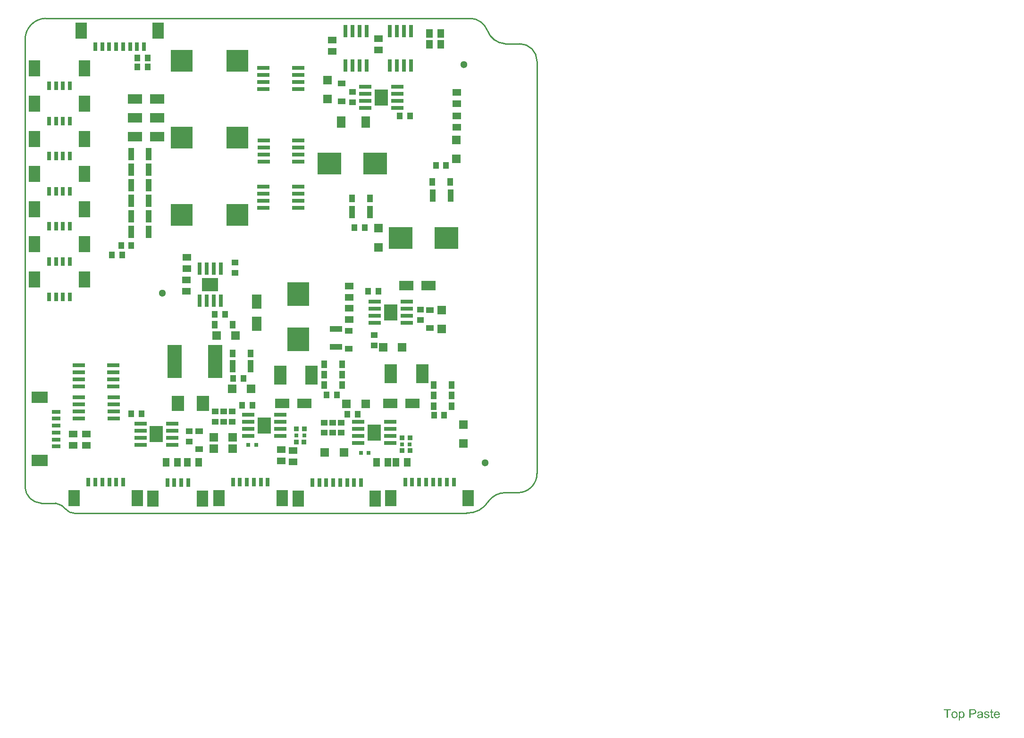
<source format=gtp>
G04*
G04 #@! TF.GenerationSoftware,Altium Limited,Altium Designer,23.0.1 (38)*
G04*
G04 Layer_Color=8421504*
%FSLAX25Y25*%
%MOIN*%
G70*
G04*
G04 #@! TF.SameCoordinates,CCA4EEAC-205A-4764-8855-BE0F0513998D*
G04*
G04*
G04 #@! TF.FilePolarity,Positive*
G04*
G01*
G75*
%ADD10C,0.01000*%
%ADD29R,0.08661X0.02756*%
%ADD30R,0.09803X0.11811*%
%ADD31R,0.03150X0.06299*%
%ADD32R,0.08268X0.11811*%
%ADD33R,0.06299X0.03150*%
%ADD34R,0.11811X0.08268*%
%ADD35R,0.07874X0.11811*%
%ADD36R,0.08661X0.13780*%
%ADD37R,0.10236X0.23622*%
%ADD38R,0.15748X0.15748*%
%ADD39R,0.15748X0.16535*%
%ADD40R,0.08500X0.10799*%
%ADD41R,0.06299X0.08268*%
%ADD42R,0.04331X0.08661*%
%ADD43R,0.05315X0.04331*%
%ADD44R,0.04331X0.05315*%
%ADD45R,0.06000X0.04724*%
%ADD46R,0.04134X0.04724*%
%ADD47R,0.06000X0.06000*%
%ADD48R,0.04724X0.04134*%
%ADD49R,0.03543X0.03543*%
%ADD50R,0.08661X0.04331*%
%ADD51R,0.09843X0.06693*%
%ADD52R,0.06693X0.09843*%
%ADD53R,0.16535X0.15748*%
%ADD54R,0.02756X0.08661*%
%ADD55R,0.06000X0.06000*%
%ADD56R,0.04724X0.06000*%
%ADD57R,0.03150X0.03150*%
%ADD58R,0.11811X0.09803*%
%ADD59C,0.05118*%
G36*
X661863Y-140327D02*
X661998Y-140347D01*
X662161Y-140385D01*
X662334Y-140433D01*
X662507Y-140510D01*
X662680Y-140616D01*
X662690D01*
X662700Y-140625D01*
X662757Y-140673D01*
X662834Y-140741D01*
X662940Y-140837D01*
X663045Y-140952D01*
X663161Y-141106D01*
X663266Y-141269D01*
X663363Y-141471D01*
Y-141481D01*
X663372Y-141500D01*
X663382Y-141529D01*
X663401Y-141567D01*
X663420Y-141615D01*
X663439Y-141682D01*
X663478Y-141826D01*
X663516Y-142009D01*
X663555Y-142211D01*
X663584Y-142432D01*
X663593Y-142672D01*
Y-142682D01*
Y-142701D01*
Y-142739D01*
Y-142788D01*
X663584Y-142855D01*
Y-142922D01*
X663564Y-143095D01*
X663526Y-143287D01*
X663487Y-143499D01*
X663420Y-143720D01*
X663334Y-143941D01*
Y-143950D01*
X663324Y-143970D01*
X663305Y-143998D01*
X663286Y-144037D01*
X663228Y-144133D01*
X663151Y-144258D01*
X663045Y-144392D01*
X662921Y-144536D01*
X662776Y-144671D01*
X662603Y-144796D01*
X662594D01*
X662584Y-144806D01*
X662555Y-144825D01*
X662517Y-144844D01*
X662421Y-144892D01*
X662296Y-144940D01*
X662142Y-144998D01*
X661979Y-145046D01*
X661787Y-145084D01*
X661594Y-145094D01*
X661527D01*
X661460Y-145084D01*
X661364Y-145075D01*
X661258Y-145055D01*
X661143Y-145027D01*
X661018Y-144988D01*
X660902Y-144940D01*
X660893Y-144931D01*
X660854Y-144911D01*
X660797Y-144873D01*
X660729Y-144825D01*
X660643Y-144767D01*
X660566Y-144700D01*
X660480Y-144613D01*
X660403Y-144527D01*
Y-146737D01*
X659624D01*
Y-140414D01*
X660335D01*
Y-141010D01*
X660345Y-140990D01*
X660374Y-140952D01*
X660431Y-140894D01*
X660499Y-140817D01*
X660576Y-140731D01*
X660672Y-140645D01*
X660778Y-140558D01*
X660893Y-140491D01*
X660912Y-140481D01*
X660950Y-140462D01*
X661018Y-140433D01*
X661104Y-140395D01*
X661220Y-140366D01*
X661344Y-140337D01*
X661489Y-140318D01*
X661652Y-140308D01*
X661748D01*
X661863Y-140327D01*
D02*
G37*
G36*
X679450Y-140318D02*
X679575Y-140327D01*
X679728Y-140347D01*
X679882Y-140375D01*
X680046Y-140414D01*
X680199Y-140471D01*
X680209D01*
X680219Y-140481D01*
X680267Y-140500D01*
X680343Y-140539D01*
X680430Y-140577D01*
X680526Y-140645D01*
X680632Y-140712D01*
X680728Y-140798D01*
X680805Y-140894D01*
X680814Y-140904D01*
X680833Y-140942D01*
X680872Y-141000D01*
X680920Y-141077D01*
X680959Y-141173D01*
X681006Y-141298D01*
X681045Y-141432D01*
X681083Y-141586D01*
X680324Y-141692D01*
Y-141673D01*
X680315Y-141634D01*
X680295Y-141567D01*
X680267Y-141490D01*
X680228Y-141404D01*
X680170Y-141317D01*
X680103Y-141221D01*
X680017Y-141144D01*
X680007Y-141135D01*
X679969Y-141115D01*
X679911Y-141077D01*
X679834Y-141039D01*
X679738Y-141010D01*
X679613Y-140971D01*
X679479Y-140952D01*
X679315Y-140942D01*
X679229D01*
X679133Y-140952D01*
X679017Y-140962D01*
X678892Y-140990D01*
X678767Y-141019D01*
X678643Y-141067D01*
X678546Y-141125D01*
X678537Y-141135D01*
X678508Y-141154D01*
X678479Y-141192D01*
X678441Y-141240D01*
X678393Y-141298D01*
X678364Y-141375D01*
X678335Y-141452D01*
X678325Y-141538D01*
Y-141548D01*
Y-141567D01*
X678335Y-141596D01*
Y-141634D01*
X678364Y-141721D01*
X678412Y-141817D01*
X678421Y-141826D01*
X678431Y-141836D01*
X678489Y-141884D01*
X678527Y-141923D01*
X678575Y-141951D01*
X678643Y-141990D01*
X678710Y-142019D01*
X678719D01*
X678739Y-142028D01*
X678777Y-142038D01*
X678844Y-142057D01*
X678931Y-142086D01*
X679056Y-142124D01*
X679209Y-142163D01*
X679296Y-142192D01*
X679402Y-142220D01*
X679411D01*
X679440Y-142230D01*
X679479Y-142240D01*
X679536Y-142259D01*
X679603Y-142278D01*
X679680Y-142297D01*
X679853Y-142345D01*
X680046Y-142403D01*
X680238Y-142470D01*
X680411Y-142528D01*
X680488Y-142557D01*
X680555Y-142586D01*
X680574Y-142595D01*
X680613Y-142614D01*
X680670Y-142643D01*
X680737Y-142682D01*
X680824Y-142739D01*
X680910Y-142816D01*
X680987Y-142893D01*
X681064Y-142989D01*
X681074Y-142999D01*
X681093Y-143037D01*
X681122Y-143095D01*
X681160Y-143172D01*
X681199Y-143268D01*
X681227Y-143383D01*
X681247Y-143508D01*
X681256Y-143652D01*
Y-143672D01*
Y-143720D01*
X681247Y-143797D01*
X681227Y-143883D01*
X681199Y-143998D01*
X681160Y-144123D01*
X681103Y-144248D01*
X681026Y-144383D01*
X681016Y-144402D01*
X680987Y-144440D01*
X680930Y-144498D01*
X680853Y-144575D01*
X680766Y-144661D01*
X680651Y-144748D01*
X680516Y-144834D01*
X680363Y-144911D01*
X680343Y-144921D01*
X680286Y-144940D01*
X680199Y-144969D01*
X680084Y-144998D01*
X679940Y-145036D01*
X679776Y-145065D01*
X679594Y-145084D01*
X679402Y-145094D01*
X679315D01*
X679257Y-145084D01*
X679181D01*
X679094Y-145075D01*
X678892Y-145046D01*
X678671Y-145007D01*
X678450Y-144940D01*
X678229Y-144854D01*
X678133Y-144796D01*
X678037Y-144729D01*
X678027D01*
X678018Y-144710D01*
X677960Y-144661D01*
X677883Y-144575D01*
X677787Y-144450D01*
X677691Y-144296D01*
X677595Y-144104D01*
X677508Y-143883D01*
X677451Y-143624D01*
X678220Y-143499D01*
Y-143508D01*
Y-143518D01*
X678229Y-143576D01*
X678258Y-143662D01*
X678287Y-143768D01*
X678335Y-143883D01*
X678393Y-143998D01*
X678479Y-144114D01*
X678575Y-144219D01*
X678585Y-144229D01*
X678633Y-144258D01*
X678700Y-144296D01*
X678787Y-144335D01*
X678911Y-144383D01*
X679046Y-144421D01*
X679219Y-144450D01*
X679402Y-144460D01*
X679488D01*
X679584Y-144450D01*
X679700Y-144431D01*
X679834Y-144412D01*
X679969Y-144373D01*
X680094Y-144316D01*
X680199Y-144248D01*
X680209Y-144239D01*
X680238Y-144210D01*
X680286Y-144162D01*
X680334Y-144104D01*
X680372Y-144027D01*
X680420Y-143931D01*
X680449Y-143835D01*
X680459Y-143729D01*
Y-143720D01*
Y-143681D01*
X680449Y-143643D01*
X680430Y-143576D01*
X680401Y-143518D01*
X680363Y-143441D01*
X680305Y-143374D01*
X680228Y-143316D01*
X680219Y-143306D01*
X680190Y-143297D01*
X680142Y-143278D01*
X680065Y-143239D01*
X679959Y-143210D01*
X679824Y-143162D01*
X679738Y-143133D01*
X679651Y-143114D01*
X679546Y-143085D01*
X679430Y-143057D01*
X679421D01*
X679392Y-143047D01*
X679354Y-143037D01*
X679296Y-143018D01*
X679219Y-142999D01*
X679142Y-142980D01*
X678960Y-142922D01*
X678767Y-142864D01*
X678566Y-142807D01*
X678383Y-142739D01*
X678306Y-142711D01*
X678239Y-142682D01*
X678229Y-142672D01*
X678181Y-142653D01*
X678124Y-142614D01*
X678056Y-142567D01*
X677970Y-142509D01*
X677893Y-142432D01*
X677806Y-142345D01*
X677739Y-142249D01*
X677730Y-142240D01*
X677710Y-142201D01*
X677691Y-142144D01*
X677662Y-142067D01*
X677624Y-141980D01*
X677605Y-141875D01*
X677585Y-141759D01*
X677576Y-141634D01*
Y-141625D01*
Y-141586D01*
X677585Y-141519D01*
X677595Y-141452D01*
X677605Y-141365D01*
X677633Y-141269D01*
X677662Y-141163D01*
X677710Y-141067D01*
X677720Y-141058D01*
X677739Y-141019D01*
X677768Y-140971D01*
X677816Y-140914D01*
X677864Y-140846D01*
X677931Y-140779D01*
X678008Y-140702D01*
X678095Y-140635D01*
X678104Y-140625D01*
X678133Y-140616D01*
X678172Y-140587D01*
X678229Y-140558D01*
X678297Y-140520D01*
X678383Y-140481D01*
X678479Y-140443D01*
X678585Y-140404D01*
X678604D01*
X678643Y-140385D01*
X678700Y-140375D01*
X678787Y-140356D01*
X678892Y-140337D01*
X678998Y-140327D01*
X679123Y-140308D01*
X679344D01*
X679450Y-140318D01*
D02*
G37*
G36*
X674991D02*
X675125Y-140327D01*
X675279Y-140347D01*
X675442Y-140366D01*
X675596Y-140404D01*
X675740Y-140452D01*
X675760Y-140462D01*
X675798Y-140471D01*
X675865Y-140510D01*
X675942Y-140548D01*
X676028Y-140596D01*
X676125Y-140654D01*
X676201Y-140721D01*
X676278Y-140798D01*
X676288Y-140808D01*
X676307Y-140837D01*
X676336Y-140875D01*
X676374Y-140942D01*
X676413Y-141019D01*
X676451Y-141106D01*
X676490Y-141211D01*
X676519Y-141327D01*
Y-141336D01*
X676528Y-141365D01*
X676538Y-141413D01*
X676547Y-141490D01*
Y-141586D01*
X676557Y-141711D01*
X676567Y-141855D01*
Y-142038D01*
Y-143076D01*
Y-143085D01*
Y-143124D01*
Y-143182D01*
Y-143249D01*
Y-143335D01*
Y-143431D01*
X676576Y-143652D01*
Y-143893D01*
X676586Y-144114D01*
X676595Y-144219D01*
Y-144306D01*
X676605Y-144383D01*
X676615Y-144450D01*
Y-144460D01*
X676624Y-144498D01*
X676634Y-144556D01*
X676653Y-144623D01*
X676682Y-144700D01*
X676720Y-144796D01*
X676807Y-144988D01*
X676000D01*
X675990Y-144979D01*
X675981Y-144950D01*
X675961Y-144892D01*
X675932Y-144825D01*
X675904Y-144738D01*
X675884Y-144642D01*
X675865Y-144536D01*
X675846Y-144412D01*
X675827Y-144431D01*
X675769Y-144469D01*
X675692Y-144536D01*
X675577Y-144613D01*
X675452Y-144710D01*
X675308Y-144796D01*
X675164Y-144873D01*
X675010Y-144940D01*
X674991Y-144950D01*
X674943Y-144959D01*
X674866Y-144988D01*
X674760Y-145017D01*
X674625Y-145046D01*
X674481Y-145065D01*
X674328Y-145084D01*
X674155Y-145094D01*
X674087D01*
X674030Y-145084D01*
X673972D01*
X673895Y-145075D01*
X673732Y-145046D01*
X673539Y-145007D01*
X673357Y-144940D01*
X673165Y-144854D01*
X673001Y-144729D01*
X672982Y-144710D01*
X672934Y-144661D01*
X672877Y-144585D01*
X672800Y-144469D01*
X672723Y-144335D01*
X672665Y-144181D01*
X672617Y-143989D01*
X672598Y-143787D01*
Y-143768D01*
Y-143729D01*
X672607Y-143662D01*
X672617Y-143585D01*
X672636Y-143489D01*
X672655Y-143383D01*
X672694Y-143278D01*
X672742Y-143172D01*
X672752Y-143162D01*
X672771Y-143124D01*
X672800Y-143076D01*
X672848Y-143008D01*
X672905Y-142941D01*
X672982Y-142864D01*
X673059Y-142797D01*
X673145Y-142730D01*
X673155Y-142720D01*
X673194Y-142701D01*
X673242Y-142672D01*
X673309Y-142634D01*
X673395Y-142586D01*
X673482Y-142547D01*
X673588Y-142509D01*
X673703Y-142470D01*
X673712D01*
X673751Y-142461D01*
X673799Y-142451D01*
X673876Y-142432D01*
X673972Y-142413D01*
X674097Y-142394D01*
X674231Y-142374D01*
X674395Y-142355D01*
X674404D01*
X674433Y-142345D01*
X674481D01*
X674549Y-142336D01*
X674625Y-142326D01*
X674712Y-142317D01*
X674923Y-142278D01*
X675144Y-142240D01*
X675375Y-142201D01*
X675596Y-142144D01*
X675692Y-142115D01*
X675779Y-142086D01*
Y-142076D01*
Y-142057D01*
X675788Y-141999D01*
Y-141932D01*
Y-141903D01*
Y-141884D01*
Y-141875D01*
Y-141865D01*
Y-141807D01*
X675779Y-141721D01*
X675760Y-141625D01*
X675731Y-141519D01*
X675692Y-141404D01*
X675644Y-141308D01*
X675567Y-141221D01*
X675558Y-141211D01*
X675510Y-141183D01*
X675442Y-141135D01*
X675346Y-141086D01*
X675221Y-141039D01*
X675068Y-140990D01*
X674885Y-140962D01*
X674683Y-140952D01*
X674597D01*
X674501Y-140962D01*
X674376Y-140971D01*
X674241Y-141000D01*
X674116Y-141029D01*
X673982Y-141077D01*
X673876Y-141144D01*
X673866Y-141154D01*
X673837Y-141183D01*
X673789Y-141231D01*
X673732Y-141298D01*
X673665Y-141394D01*
X673607Y-141509D01*
X673539Y-141654D01*
X673491Y-141817D01*
X672732Y-141711D01*
Y-141702D01*
X672742Y-141692D01*
X672752Y-141634D01*
X672780Y-141548D01*
X672809Y-141432D01*
X672857Y-141308D01*
X672915Y-141183D01*
X672982Y-141048D01*
X673069Y-140933D01*
X673078Y-140923D01*
X673117Y-140885D01*
X673165Y-140827D01*
X673242Y-140760D01*
X673338Y-140692D01*
X673463Y-140616D01*
X673597Y-140539D01*
X673751Y-140471D01*
X673761D01*
X673770Y-140462D01*
X673799Y-140452D01*
X673828Y-140443D01*
X673924Y-140424D01*
X674049Y-140385D01*
X674203Y-140356D01*
X674376Y-140337D01*
X674577Y-140318D01*
X674789Y-140308D01*
X674885D01*
X674991Y-140318D01*
D02*
G37*
G36*
X669811Y-138684D02*
X669965Y-138694D01*
X670128Y-138703D01*
X670282Y-138723D01*
X670416Y-138742D01*
X670435D01*
X670493Y-138761D01*
X670580Y-138780D01*
X670685Y-138809D01*
X670810Y-138847D01*
X670935Y-138895D01*
X671070Y-138963D01*
X671195Y-139040D01*
X671204Y-139049D01*
X671252Y-139078D01*
X671310Y-139126D01*
X671377Y-139193D01*
X671454Y-139280D01*
X671541Y-139386D01*
X671627Y-139501D01*
X671704Y-139645D01*
X671714Y-139664D01*
X671733Y-139712D01*
X671762Y-139789D01*
X671800Y-139895D01*
X671839Y-140020D01*
X671867Y-140164D01*
X671887Y-140327D01*
X671896Y-140500D01*
Y-140510D01*
Y-140539D01*
Y-140577D01*
X671887Y-140635D01*
X671877Y-140702D01*
X671867Y-140789D01*
X671858Y-140875D01*
X671829Y-140971D01*
X671771Y-141192D01*
X671675Y-141413D01*
X671618Y-141529D01*
X671550Y-141644D01*
X671473Y-141759D01*
X671377Y-141865D01*
X671368Y-141875D01*
X671348Y-141884D01*
X671320Y-141913D01*
X671281Y-141951D01*
X671214Y-141990D01*
X671147Y-142038D01*
X671060Y-142086D01*
X670954Y-142134D01*
X670839Y-142192D01*
X670705Y-142240D01*
X670551Y-142288D01*
X670388Y-142326D01*
X670195Y-142365D01*
X669993Y-142394D01*
X669772Y-142403D01*
X669532Y-142413D01*
X667918D01*
Y-144988D01*
X667082D01*
Y-138674D01*
X669667D01*
X669811Y-138684D01*
D02*
G37*
G36*
X653964Y-139414D02*
X651888D01*
Y-144988D01*
X651052D01*
Y-139414D01*
X648976D01*
Y-138674D01*
X653964D01*
Y-139414D01*
D02*
G37*
G36*
X683082Y-140414D02*
X683861D01*
Y-141019D01*
X683082D01*
Y-143701D01*
Y-143710D01*
Y-143748D01*
Y-143806D01*
X683092Y-143873D01*
X683102Y-144018D01*
X683111Y-144075D01*
X683121Y-144123D01*
X683130Y-144142D01*
X683149Y-144181D01*
X683188Y-144229D01*
X683246Y-144277D01*
X683265Y-144287D01*
X683313Y-144296D01*
X683399Y-144316D01*
X683515Y-144325D01*
X683611D01*
X683659Y-144316D01*
X683716D01*
X683861Y-144296D01*
X683966Y-144979D01*
X683947D01*
X683909Y-144988D01*
X683851Y-144998D01*
X683765Y-145007D01*
X683678Y-145027D01*
X683582Y-145036D01*
X683380Y-145046D01*
X683313D01*
X683236Y-145036D01*
X683140Y-145027D01*
X683034Y-145017D01*
X682919Y-144988D01*
X682813Y-144959D01*
X682717Y-144921D01*
X682708Y-144911D01*
X682679Y-144892D01*
X682640Y-144863D01*
X682592Y-144825D01*
X682535Y-144777D01*
X682486Y-144719D01*
X682429Y-144652D01*
X682390Y-144575D01*
Y-144565D01*
X682381Y-144527D01*
X682362Y-144469D01*
X682352Y-144373D01*
X682333Y-144248D01*
X682323Y-144181D01*
X682313Y-144095D01*
Y-143998D01*
X682304Y-143893D01*
Y-143777D01*
Y-143652D01*
Y-141019D01*
X681727D01*
Y-140414D01*
X682304D01*
Y-139289D01*
X683082Y-138819D01*
Y-140414D01*
D02*
G37*
G36*
X686648Y-140318D02*
X686725Y-140327D01*
X686821Y-140337D01*
X686917Y-140356D01*
X687032Y-140385D01*
X687263Y-140462D01*
X687388Y-140510D01*
X687512Y-140577D01*
X687637Y-140645D01*
X687762Y-140731D01*
X687878Y-140827D01*
X687993Y-140942D01*
X688003Y-140952D01*
X688022Y-140971D01*
X688051Y-141010D01*
X688089Y-141058D01*
X688128Y-141125D01*
X688176Y-141202D01*
X688233Y-141288D01*
X688291Y-141394D01*
X688339Y-141519D01*
X688397Y-141644D01*
X688445Y-141788D01*
X688493Y-141951D01*
X688521Y-142115D01*
X688550Y-142297D01*
X688570Y-142490D01*
X688579Y-142701D01*
Y-142711D01*
Y-142749D01*
Y-142816D01*
X688570Y-142903D01*
X685168D01*
Y-142912D01*
Y-142932D01*
X685177Y-142980D01*
Y-143028D01*
X685187Y-143095D01*
X685196Y-143162D01*
X685235Y-143335D01*
X685293Y-143518D01*
X685360Y-143710D01*
X685465Y-143902D01*
X685591Y-144066D01*
X685610Y-144085D01*
X685658Y-144123D01*
X685744Y-144191D01*
X685850Y-144258D01*
X685994Y-144335D01*
X686158Y-144402D01*
X686340Y-144440D01*
X686542Y-144460D01*
X686619D01*
X686696Y-144450D01*
X686792Y-144431D01*
X686907Y-144402D01*
X687032Y-144364D01*
X687157Y-144316D01*
X687272Y-144239D01*
X687282Y-144229D01*
X687320Y-144191D01*
X687378Y-144142D01*
X687445Y-144056D01*
X687522Y-143960D01*
X687599Y-143835D01*
X687676Y-143681D01*
X687753Y-143508D01*
X688550Y-143614D01*
Y-143624D01*
X688541Y-143643D01*
X688531Y-143681D01*
X688512Y-143729D01*
X688493Y-143787D01*
X688464Y-143854D01*
X688387Y-144018D01*
X688291Y-144191D01*
X688176Y-144373D01*
X688022Y-144556D01*
X687849Y-144710D01*
X687839D01*
X687830Y-144729D01*
X687801Y-144748D01*
X687753Y-144767D01*
X687705Y-144796D01*
X687647Y-144834D01*
X687580Y-144863D01*
X687493Y-144902D01*
X687311Y-144969D01*
X687080Y-145036D01*
X686830Y-145075D01*
X686542Y-145094D01*
X686446D01*
X686378Y-145084D01*
X686292Y-145075D01*
X686196Y-145065D01*
X686090Y-145046D01*
X685965Y-145017D01*
X685715Y-144940D01*
X685581Y-144892D01*
X685456Y-144834D01*
X685321Y-144767D01*
X685196Y-144681D01*
X685072Y-144585D01*
X684956Y-144479D01*
X684947Y-144469D01*
X684927Y-144450D01*
X684899Y-144412D01*
X684870Y-144364D01*
X684822Y-144306D01*
X684774Y-144229D01*
X684716Y-144133D01*
X684668Y-144027D01*
X684610Y-143912D01*
X684553Y-143787D01*
X684505Y-143643D01*
X684466Y-143489D01*
X684428Y-143326D01*
X684399Y-143143D01*
X684380Y-142951D01*
X684370Y-142749D01*
Y-142739D01*
Y-142701D01*
Y-142634D01*
X684380Y-142557D01*
X684389Y-142461D01*
X684399Y-142345D01*
X684418Y-142220D01*
X684447Y-142086D01*
X684514Y-141798D01*
X684562Y-141654D01*
X684620Y-141500D01*
X684687Y-141356D01*
X684764Y-141211D01*
X684851Y-141077D01*
X684956Y-140952D01*
X684966Y-140942D01*
X684985Y-140923D01*
X685014Y-140894D01*
X685062Y-140846D01*
X685120Y-140798D01*
X685196Y-140750D01*
X685273Y-140692D01*
X685369Y-140625D01*
X685475Y-140568D01*
X685591Y-140510D01*
X685715Y-140462D01*
X685860Y-140404D01*
X686004Y-140366D01*
X686158Y-140337D01*
X686321Y-140318D01*
X686494Y-140308D01*
X686580D01*
X686648Y-140318D01*
D02*
G37*
G36*
X656732D02*
X656818Y-140327D01*
X656905Y-140337D01*
X657010Y-140356D01*
X657126Y-140385D01*
X657366Y-140462D01*
X657491Y-140510D01*
X657625Y-140568D01*
X657750Y-140645D01*
X657875Y-140731D01*
X658000Y-140827D01*
X658115Y-140933D01*
X658125Y-140942D01*
X658144Y-140962D01*
X658173Y-141000D01*
X658212Y-141048D01*
X658260Y-141106D01*
X658308Y-141183D01*
X658365Y-141279D01*
X658423Y-141375D01*
X658471Y-141490D01*
X658529Y-141625D01*
X658577Y-141759D01*
X658625Y-141913D01*
X658663Y-142076D01*
X658692Y-142259D01*
X658711Y-142442D01*
X658721Y-142643D01*
Y-142653D01*
Y-142682D01*
Y-142730D01*
Y-142788D01*
X658711Y-142864D01*
Y-142951D01*
X658702Y-143047D01*
X658692Y-143153D01*
X658654Y-143374D01*
X658606Y-143604D01*
X658538Y-143835D01*
X658452Y-144037D01*
Y-144046D01*
X658442Y-144056D01*
X658404Y-144123D01*
X658336Y-144210D01*
X658250Y-144325D01*
X658144Y-144450D01*
X658010Y-144575D01*
X657856Y-144700D01*
X657673Y-144815D01*
X657664D01*
X657654Y-144825D01*
X657625Y-144844D01*
X657587Y-144854D01*
X657481Y-144902D01*
X657347Y-144950D01*
X657183Y-145007D01*
X657001Y-145046D01*
X656799Y-145084D01*
X656578Y-145094D01*
X656482D01*
X656415Y-145084D01*
X656338Y-145075D01*
X656242Y-145065D01*
X656136Y-145046D01*
X656020Y-145017D01*
X655780Y-144940D01*
X655646Y-144892D01*
X655521Y-144834D01*
X655386Y-144767D01*
X655261Y-144681D01*
X655136Y-144585D01*
X655021Y-144479D01*
X655012Y-144469D01*
X654992Y-144450D01*
X654963Y-144412D01*
X654935Y-144364D01*
X654886Y-144296D01*
X654839Y-144219D01*
X654781Y-144133D01*
X654733Y-144027D01*
X654675Y-143902D01*
X654618Y-143777D01*
X654569Y-143624D01*
X654531Y-143470D01*
X654493Y-143297D01*
X654464Y-143114D01*
X654445Y-142912D01*
X654435Y-142701D01*
Y-142682D01*
Y-142643D01*
X654445Y-142576D01*
Y-142490D01*
X654454Y-142384D01*
X654473Y-142269D01*
X654493Y-142134D01*
X654521Y-141990D01*
X654560Y-141836D01*
X654608Y-141682D01*
X654666Y-141529D01*
X654733Y-141375D01*
X654810Y-141221D01*
X654906Y-141077D01*
X655012Y-140942D01*
X655136Y-140817D01*
X655146Y-140808D01*
X655165Y-140798D01*
X655194Y-140769D01*
X655242Y-140741D01*
X655300Y-140702D01*
X655367Y-140654D01*
X655444Y-140606D01*
X655540Y-140558D01*
X655636Y-140520D01*
X655742Y-140471D01*
X655992Y-140385D01*
X656270Y-140327D01*
X656424Y-140318D01*
X656578Y-140308D01*
X656664D01*
X656732Y-140318D01*
D02*
G37*
%LPC*%
G36*
X661671Y-140914D02*
X661537D01*
X661498Y-140923D01*
X661412Y-140942D01*
X661287Y-140971D01*
X661152Y-141029D01*
X661008Y-141115D01*
X660931Y-141163D01*
X660854Y-141231D01*
X660778Y-141298D01*
X660710Y-141384D01*
Y-141394D01*
X660691Y-141404D01*
X660672Y-141432D01*
X660652Y-141471D01*
X660624Y-141519D01*
X660595Y-141577D01*
X660556Y-141644D01*
X660528Y-141721D01*
X660489Y-141817D01*
X660451Y-141913D01*
X660422Y-142028D01*
X660393Y-142144D01*
X660374Y-142278D01*
X660355Y-142422D01*
X660335Y-142567D01*
Y-142730D01*
Y-142739D01*
Y-142768D01*
Y-142816D01*
X660345Y-142874D01*
Y-142951D01*
X660355Y-143028D01*
X660383Y-143220D01*
X660422Y-143441D01*
X660480Y-143652D01*
X660566Y-143854D01*
X660624Y-143950D01*
X660681Y-144037D01*
X660701Y-144056D01*
X660749Y-144104D01*
X660825Y-144171D01*
X660922Y-144248D01*
X661047Y-144325D01*
X661200Y-144392D01*
X661364Y-144440D01*
X661450Y-144450D01*
X661546Y-144460D01*
X661594D01*
X661633Y-144450D01*
X661729Y-144440D01*
X661844Y-144402D01*
X661988Y-144354D01*
X662133Y-144277D01*
X662277Y-144171D01*
X662354Y-144104D01*
X662421Y-144027D01*
Y-144018D01*
X662440Y-144008D01*
X662459Y-143979D01*
X662478Y-143941D01*
X662507Y-143893D01*
X662536Y-143835D01*
X662574Y-143768D01*
X662613Y-143691D01*
X662642Y-143604D01*
X662680Y-143499D01*
X662709Y-143393D01*
X662738Y-143268D01*
X662757Y-143133D01*
X662776Y-142989D01*
X662796Y-142836D01*
Y-142672D01*
Y-142663D01*
Y-142634D01*
Y-142586D01*
X662786Y-142528D01*
Y-142451D01*
X662776Y-142365D01*
X662747Y-142173D01*
X662709Y-141961D01*
X662642Y-141740D01*
X662555Y-141538D01*
X662498Y-141442D01*
X662430Y-141356D01*
Y-141346D01*
X662411Y-141336D01*
X662363Y-141288D01*
X662296Y-141211D01*
X662190Y-141135D01*
X662065Y-141058D01*
X661921Y-140981D01*
X661758Y-140933D01*
X661671Y-140914D01*
D02*
G37*
G36*
X675779Y-142691D02*
X675760Y-142701D01*
X675731Y-142711D01*
X675702Y-142720D01*
X675654Y-142739D01*
X675596Y-142749D01*
X675538Y-142768D01*
X675461Y-142797D01*
X675375Y-142816D01*
X675279Y-142836D01*
X675183Y-142864D01*
X675068Y-142893D01*
X674943Y-142912D01*
X674808Y-142941D01*
X674664Y-142961D01*
X674510Y-142989D01*
X674491D01*
X674433Y-142999D01*
X674347Y-143018D01*
X674241Y-143037D01*
X674020Y-143085D01*
X673914Y-143114D01*
X673828Y-143143D01*
X673818D01*
X673799Y-143162D01*
X673761Y-143182D01*
X673722Y-143210D01*
X673626Y-143287D01*
X673530Y-143403D01*
Y-143412D01*
X673511Y-143431D01*
X673501Y-143460D01*
X673482Y-143508D01*
X673443Y-143624D01*
X673434Y-143691D01*
X673424Y-143768D01*
Y-143777D01*
Y-143816D01*
X673434Y-143873D01*
X673453Y-143950D01*
X673482Y-144027D01*
X673520Y-144114D01*
X673578Y-144200D01*
X673655Y-144287D01*
X673665Y-144296D01*
X673703Y-144316D01*
X673751Y-144354D01*
X673828Y-144383D01*
X673924Y-144421D01*
X674049Y-144460D01*
X674183Y-144479D01*
X674347Y-144489D01*
X674424D01*
X674501Y-144479D01*
X674616Y-144460D01*
X674731Y-144440D01*
X674866Y-144412D01*
X675000Y-144364D01*
X675135Y-144296D01*
X675154Y-144287D01*
X675192Y-144258D01*
X675260Y-144219D01*
X675337Y-144152D01*
X675414Y-144085D01*
X675500Y-143989D01*
X675587Y-143883D01*
X675654Y-143758D01*
X675663Y-143748D01*
X675673Y-143710D01*
X675692Y-143652D01*
X675721Y-143566D01*
X675740Y-143451D01*
X675760Y-143316D01*
X675769Y-143162D01*
X675779Y-142980D01*
Y-142691D01*
D02*
G37*
G36*
X669715Y-139414D02*
X667918D01*
Y-141673D01*
X669619D01*
X669676Y-141663D01*
X669744D01*
X669811Y-141654D01*
X669984Y-141634D01*
X670176Y-141596D01*
X670368Y-141548D01*
X670541Y-141471D01*
X670618Y-141423D01*
X670685Y-141375D01*
X670705Y-141365D01*
X670743Y-141317D01*
X670791Y-141250D01*
X670858Y-141154D01*
X670926Y-141039D01*
X670974Y-140894D01*
X671012Y-140721D01*
X671031Y-140529D01*
Y-140510D01*
Y-140462D01*
X671022Y-140385D01*
X671002Y-140289D01*
X670983Y-140183D01*
X670945Y-140068D01*
X670897Y-139953D01*
X670829Y-139847D01*
X670820Y-139837D01*
X670791Y-139799D01*
X670753Y-139751D01*
X670685Y-139693D01*
X670609Y-139635D01*
X670522Y-139568D01*
X670416Y-139520D01*
X670301Y-139472D01*
X670291D01*
X670262Y-139462D01*
X670205Y-139453D01*
X670128Y-139443D01*
X670022Y-139434D01*
X669888Y-139424D01*
X669715Y-139414D01*
D02*
G37*
G36*
X686503Y-140942D02*
X686455D01*
X686417Y-140952D01*
X686311Y-140962D01*
X686186Y-140990D01*
X686042Y-141029D01*
X685898Y-141096D01*
X685744Y-141183D01*
X685600Y-141308D01*
X685581Y-141327D01*
X685542Y-141375D01*
X685485Y-141452D01*
X685418Y-141567D01*
X685350Y-141702D01*
X685283Y-141865D01*
X685235Y-142057D01*
X685206Y-142269D01*
X687762D01*
Y-142259D01*
Y-142240D01*
X687753Y-142211D01*
Y-142173D01*
X687734Y-142067D01*
X687705Y-141942D01*
X687666Y-141807D01*
X687609Y-141663D01*
X687551Y-141519D01*
X687464Y-141404D01*
Y-141394D01*
X687445Y-141384D01*
X687397Y-141327D01*
X687311Y-141260D01*
X687205Y-141173D01*
X687061Y-141086D01*
X686897Y-141010D01*
X686715Y-140962D01*
X686609Y-140952D01*
X686503Y-140942D01*
D02*
G37*
G36*
X656684Y-140952D02*
X656520D01*
X656482Y-140962D01*
X656376Y-140971D01*
X656242Y-141010D01*
X656088Y-141058D01*
X655924Y-141135D01*
X655761Y-141250D01*
X655684Y-141317D01*
X655607Y-141394D01*
X655588Y-141413D01*
X655569Y-141442D01*
X655550Y-141471D01*
X655521Y-141519D01*
X655492Y-141577D01*
X655453Y-141644D01*
X655425Y-141721D01*
X655386Y-141807D01*
X655348Y-141903D01*
X655319Y-142009D01*
X655290Y-142134D01*
X655271Y-142259D01*
X655252Y-142403D01*
X655232Y-142547D01*
Y-142711D01*
Y-142720D01*
Y-142749D01*
Y-142797D01*
X655242Y-142855D01*
Y-142922D01*
X655252Y-143008D01*
X655280Y-143201D01*
X655329Y-143412D01*
X655386Y-143633D01*
X655482Y-143845D01*
X655540Y-143941D01*
X655607Y-144027D01*
X655626Y-144046D01*
X655675Y-144095D01*
X655761Y-144162D01*
X655876Y-144239D01*
X656011Y-144325D01*
X656184Y-144392D01*
X656366Y-144440D01*
X656472Y-144450D01*
X656578Y-144460D01*
X656636D01*
X656674Y-144450D01*
X656780Y-144440D01*
X656914Y-144402D01*
X657068Y-144354D01*
X657231Y-144277D01*
X657385Y-144171D01*
X657462Y-144104D01*
X657539Y-144027D01*
Y-144018D01*
X657558Y-144008D01*
X657577Y-143979D01*
X657597Y-143941D01*
X657625Y-143893D01*
X657664Y-143835D01*
X657693Y-143768D01*
X657731Y-143691D01*
X657769Y-143604D01*
X657798Y-143508D01*
X657837Y-143393D01*
X657866Y-143268D01*
X657885Y-143143D01*
X657904Y-142999D01*
X657923Y-142845D01*
Y-142682D01*
Y-142672D01*
Y-142643D01*
Y-142605D01*
X657914Y-142538D01*
Y-142470D01*
X657904Y-142394D01*
X657875Y-142201D01*
X657827Y-141999D01*
X657760Y-141779D01*
X657664Y-141577D01*
X657529Y-141394D01*
Y-141384D01*
X657510Y-141375D01*
X657462Y-141327D01*
X657375Y-141250D01*
X657270Y-141173D01*
X657126Y-141096D01*
X656962Y-141019D01*
X656780Y-140971D01*
X656684Y-140952D01*
D02*
G37*
%LPD*%
D10*
X14449Y349882D02*
G03*
X45Y335005I609J-15002D01*
G01*
X326575Y341220D02*
G03*
X314724Y349882I-12571J-4763D01*
G01*
X326575Y341339D02*
G03*
X338898Y331928I13326J4677D01*
G01*
X361631Y319611D02*
G03*
X349410Y331906I-12330J-35D01*
G01*
X339435Y14356D02*
G03*
X327284Y8150I-253J-14503D01*
G01*
X348242Y14356D02*
G03*
X361631Y27953I-102J13490D01*
G01*
X311967Y-72D02*
G03*
X327284Y8150I575J17307D01*
G01*
X29278Y2252D02*
G03*
X34488Y-72I4950J4095D01*
G01*
X29278Y2252D02*
G03*
X21524Y6947I-10086J-7908D01*
G01*
X39Y18032D02*
G03*
X11317Y6947I11796J722D01*
G01*
X39Y18032D02*
Y334880D01*
X14449Y349882D02*
X16575D01*
X314724D01*
X338898Y331928D02*
X349301D01*
X361631Y27953D02*
X361631Y319611D01*
X339181Y14356D02*
X348242D01*
X34488Y-72D02*
X311967Y-72D01*
X11317Y6947D02*
X21524D01*
D29*
X168587Y263552D02*
D03*
Y258552D02*
D03*
Y253552D02*
D03*
Y248552D02*
D03*
X193016Y263552D02*
D03*
Y258552D02*
D03*
Y253552D02*
D03*
Y248552D02*
D03*
X192858Y299749D02*
D03*
Y304749D02*
D03*
Y309749D02*
D03*
Y314749D02*
D03*
X168429Y299749D02*
D03*
Y304749D02*
D03*
Y309749D02*
D03*
Y314749D02*
D03*
X257819Y49355D02*
D03*
Y54355D02*
D03*
Y59355D02*
D03*
Y64355D02*
D03*
X235181Y49355D02*
D03*
Y54355D02*
D03*
Y59355D02*
D03*
Y64355D02*
D03*
X62445Y89631D02*
D03*
Y94630D02*
D03*
Y99630D02*
D03*
Y104630D02*
D03*
X38016Y89631D02*
D03*
Y94630D02*
D03*
Y99630D02*
D03*
Y104630D02*
D03*
X62484Y66756D02*
D03*
Y71757D02*
D03*
Y76757D02*
D03*
Y81757D02*
D03*
X38055Y66756D02*
D03*
Y71757D02*
D03*
Y76757D02*
D03*
Y81757D02*
D03*
X168386Y230685D02*
D03*
Y225685D02*
D03*
Y220685D02*
D03*
Y215685D02*
D03*
X192815Y230685D02*
D03*
Y225685D02*
D03*
Y220685D02*
D03*
Y215685D02*
D03*
X157779Y69408D02*
D03*
Y64408D02*
D03*
Y59408D02*
D03*
Y54408D02*
D03*
X180417Y69408D02*
D03*
Y64408D02*
D03*
Y59408D02*
D03*
Y54408D02*
D03*
X263016Y286481D02*
D03*
Y291481D02*
D03*
Y296481D02*
D03*
Y301481D02*
D03*
X240378Y286481D02*
D03*
Y291481D02*
D03*
Y296481D02*
D03*
Y301481D02*
D03*
X247113Y149434D02*
D03*
Y144434D02*
D03*
Y139434D02*
D03*
Y134434D02*
D03*
X269751Y149434D02*
D03*
Y144434D02*
D03*
Y139434D02*
D03*
Y134434D02*
D03*
X104118Y48253D02*
D03*
Y53253D02*
D03*
Y58253D02*
D03*
Y63253D02*
D03*
X81480Y48253D02*
D03*
Y53253D02*
D03*
Y58253D02*
D03*
Y63253D02*
D03*
D30*
X246500Y56855D02*
D03*
X169098Y61908D02*
D03*
X251697Y293981D02*
D03*
X258432Y141934D02*
D03*
X92799Y55753D02*
D03*
D31*
X64370Y329823D02*
D03*
X69291D02*
D03*
X84055D02*
D03*
X79134D02*
D03*
X74213D02*
D03*
X59449D02*
D03*
X49606D02*
D03*
X54528D02*
D03*
X232465Y21654D02*
D03*
X237386D02*
D03*
X227543D02*
D03*
X212779D02*
D03*
X207858D02*
D03*
X202937D02*
D03*
X217701D02*
D03*
X222622D02*
D03*
X69390Y21752D02*
D03*
X59547D02*
D03*
X54626D02*
D03*
X49705D02*
D03*
X44783D02*
D03*
X64468D02*
D03*
X26795Y152938D02*
D03*
X16953D02*
D03*
X31716D02*
D03*
X21874D02*
D03*
X115256Y21654D02*
D03*
X110335D02*
D03*
X105413D02*
D03*
X100492D02*
D03*
X26795Y302150D02*
D03*
X16953D02*
D03*
X31716D02*
D03*
X21874D02*
D03*
Y202675D02*
D03*
X31716D02*
D03*
X16953D02*
D03*
X26795D02*
D03*
X166535Y21752D02*
D03*
X146850D02*
D03*
X151772D02*
D03*
X156693D02*
D03*
X161614D02*
D03*
X171457D02*
D03*
X26795Y277281D02*
D03*
X16953D02*
D03*
X31716D02*
D03*
X21874D02*
D03*
X26795Y177806D02*
D03*
X16953D02*
D03*
X31716D02*
D03*
X21874D02*
D03*
X26795Y227544D02*
D03*
X16952D02*
D03*
X31716D02*
D03*
X21874D02*
D03*
X26795Y252413D02*
D03*
X16953D02*
D03*
X31716D02*
D03*
X21874D02*
D03*
X288195Y21752D02*
D03*
X283274D02*
D03*
X268510D02*
D03*
X273432D02*
D03*
X278353D02*
D03*
X293117D02*
D03*
X302959D02*
D03*
X298038D02*
D03*
D32*
X94095Y341240D02*
D03*
X39567D02*
D03*
X247425Y10236D02*
D03*
X192898D02*
D03*
X79429Y10335D02*
D03*
X34744D02*
D03*
X125295Y10236D02*
D03*
X90453D02*
D03*
X136811Y10335D02*
D03*
X181496D02*
D03*
X258471D02*
D03*
X312999D02*
D03*
D33*
X21850Y51968D02*
D03*
Y71653D02*
D03*
Y66732D02*
D03*
Y61811D02*
D03*
Y56890D02*
D03*
Y47047D02*
D03*
D34*
X10433Y81693D02*
D03*
Y37008D02*
D03*
D35*
X6717Y165142D02*
D03*
X41953D02*
D03*
X6717Y314355D02*
D03*
X41953D02*
D03*
Y214880D02*
D03*
X6717D02*
D03*
Y289486D02*
D03*
X41953D02*
D03*
X6717Y190011D02*
D03*
X41953D02*
D03*
X6716Y239749D02*
D03*
X41952D02*
D03*
X6717Y264617D02*
D03*
X41953D02*
D03*
D36*
X202386Y97465D02*
D03*
X180339D02*
D03*
X258449Y98449D02*
D03*
X280496D02*
D03*
D37*
X134272Y107190D02*
D03*
X105772D02*
D03*
D38*
X110535Y319827D02*
D03*
X149905D02*
D03*
X110535Y210930D02*
D03*
X149905D02*
D03*
Y265615D02*
D03*
X110535D02*
D03*
D39*
X193094Y154985D02*
D03*
Y122701D02*
D03*
D40*
X125496Y77386D02*
D03*
X108094D02*
D03*
D41*
X240614Y276638D02*
D03*
X223291D02*
D03*
D42*
X74827Y253675D02*
D03*
X87425D02*
D03*
X230929Y212859D02*
D03*
X243528D02*
D03*
X288094Y224434D02*
D03*
X300693D02*
D03*
X146795Y103725D02*
D03*
X159394D02*
D03*
X87425Y198804D02*
D03*
X74827D02*
D03*
X87425Y231727D02*
D03*
X74827D02*
D03*
X87425Y220752D02*
D03*
X74827D02*
D03*
X87425Y209778D02*
D03*
X74827D02*
D03*
X87425Y242701D02*
D03*
X74827D02*
D03*
D43*
X123016Y57701D02*
D03*
Y45103D02*
D03*
X223606Y303725D02*
D03*
Y291127D02*
D03*
X286142Y130984D02*
D03*
Y143583D02*
D03*
X228606Y128686D02*
D03*
Y116087D02*
D03*
D44*
X159315Y112820D02*
D03*
X146716D02*
D03*
X243646Y222465D02*
D03*
X231047D02*
D03*
X301283Y90615D02*
D03*
X288685D02*
D03*
X301323Y83095D02*
D03*
X288724D02*
D03*
X301323Y75654D02*
D03*
X288724D02*
D03*
X223961Y105142D02*
D03*
X211362D02*
D03*
X223961Y97800D02*
D03*
X211362D02*
D03*
X223961Y90457D02*
D03*
X211362D02*
D03*
X287583Y234276D02*
D03*
X300181D02*
D03*
X146739Y133086D02*
D03*
X134141D02*
D03*
D45*
X34134Y55788D02*
D03*
Y47788D02*
D03*
X216992Y326497D02*
D03*
Y334497D02*
D03*
X249771Y327617D02*
D03*
Y335617D02*
D03*
X189251Y44119D02*
D03*
Y36119D02*
D03*
X181102Y36906D02*
D03*
Y44905D02*
D03*
X304945Y280820D02*
D03*
Y272819D02*
D03*
Y297394D02*
D03*
Y289394D02*
D03*
X228949Y144694D02*
D03*
Y136694D02*
D03*
Y160363D02*
D03*
Y152363D02*
D03*
X114276Y172796D02*
D03*
Y180796D02*
D03*
X114039Y156890D02*
D03*
Y164890D02*
D03*
X43268Y55788D02*
D03*
Y47788D02*
D03*
D46*
X86657Y321781D02*
D03*
X79374D02*
D03*
X86500Y315442D02*
D03*
X79216D02*
D03*
X234964Y69827D02*
D03*
X227681D02*
D03*
X296106Y69040D02*
D03*
X288823D02*
D03*
X160531Y76323D02*
D03*
X153248D02*
D03*
X220161Y83568D02*
D03*
X212878D02*
D03*
X264531Y280733D02*
D03*
X271815D02*
D03*
X232579Y201929D02*
D03*
X239862D02*
D03*
X249571Y156717D02*
D03*
X242287D02*
D03*
X290161Y245772D02*
D03*
X297445D02*
D03*
X134042Y140615D02*
D03*
X141326D02*
D03*
X82209Y70221D02*
D03*
X74925D02*
D03*
X154374Y95103D02*
D03*
X147090D02*
D03*
X68547Y182504D02*
D03*
X61264D02*
D03*
X67839Y189079D02*
D03*
X75122D02*
D03*
D47*
X266340Y117032D02*
D03*
X252840D02*
D03*
X225159Y42938D02*
D03*
X211659D02*
D03*
X146689Y53607D02*
D03*
X133189D02*
D03*
X227014Y77229D02*
D03*
X240514D02*
D03*
X148663Y125575D02*
D03*
X135163D02*
D03*
X146226Y87819D02*
D03*
X159726D02*
D03*
X133189Y45508D02*
D03*
X146689D02*
D03*
D48*
X217327Y63981D02*
D03*
Y56697D02*
D03*
X223291Y63981D02*
D03*
Y56697D02*
D03*
X211362Y63981D02*
D03*
Y56697D02*
D03*
X134164Y71746D02*
D03*
Y64462D02*
D03*
X146448Y71746D02*
D03*
Y64462D02*
D03*
X140345Y71746D02*
D03*
Y64462D02*
D03*
X231205Y297918D02*
D03*
Y290634D02*
D03*
X279197Y136461D02*
D03*
Y143745D02*
D03*
X148252Y169926D02*
D03*
Y177209D02*
D03*
X246520Y118390D02*
D03*
Y125674D02*
D03*
X116086Y50457D02*
D03*
Y57741D02*
D03*
D49*
X266441Y53213D02*
D03*
X271953D02*
D03*
Y44040D02*
D03*
X266441D02*
D03*
X191795Y59565D02*
D03*
X197307D02*
D03*
X191480Y50077D02*
D03*
X196992D02*
D03*
D50*
X219551Y130260D02*
D03*
Y117662D02*
D03*
D51*
X257819Y77426D02*
D03*
X273567D02*
D03*
X181598D02*
D03*
X197346D02*
D03*
X269394Y160694D02*
D03*
X285142D02*
D03*
X77701Y266008D02*
D03*
X93449D02*
D03*
X77701Y279422D02*
D03*
X93449D02*
D03*
Y292835D02*
D03*
X77701D02*
D03*
D52*
X163685Y149473D02*
D03*
Y133725D02*
D03*
D53*
X215063Y247308D02*
D03*
X247346D02*
D03*
X265220Y194434D02*
D03*
X297504D02*
D03*
D54*
X241189Y340888D02*
D03*
X236189D02*
D03*
X231189D02*
D03*
X226189D02*
D03*
X241189Y316459D02*
D03*
X236189D02*
D03*
X231189D02*
D03*
X226189D02*
D03*
X272567Y340888D02*
D03*
X267567D02*
D03*
X262567D02*
D03*
X257567D02*
D03*
X272567Y316459D02*
D03*
X267567D02*
D03*
X262567D02*
D03*
X257567D02*
D03*
X138291Y172780D02*
D03*
X133291D02*
D03*
X128291D02*
D03*
X123291D02*
D03*
X138291Y150142D02*
D03*
X133291D02*
D03*
X128291D02*
D03*
X123291D02*
D03*
D55*
X309591Y62522D02*
D03*
Y49022D02*
D03*
X213803Y306262D02*
D03*
Y292762D02*
D03*
X249646Y201341D02*
D03*
Y187841D02*
D03*
X294315Y130007D02*
D03*
Y143507D02*
D03*
X304503Y250440D02*
D03*
Y263940D02*
D03*
D56*
X261979Y35890D02*
D03*
X269979D02*
D03*
X248357D02*
D03*
X256357D02*
D03*
X285512Y339158D02*
D03*
X293512D02*
D03*
X285512Y331442D02*
D03*
X293512D02*
D03*
X107606Y35733D02*
D03*
X99606D02*
D03*
X122764D02*
D03*
X114764D02*
D03*
D57*
X271671Y48528D02*
D03*
X266171D02*
D03*
X242774Y42505D02*
D03*
X237274D02*
D03*
X197301Y54683D02*
D03*
X191801D02*
D03*
X157782Y48253D02*
D03*
X163282D02*
D03*
D58*
X130791Y161461D02*
D03*
D59*
X310079Y317008D02*
D03*
X97087Y155472D02*
D03*
X324961Y35354D02*
D03*
M02*

</source>
